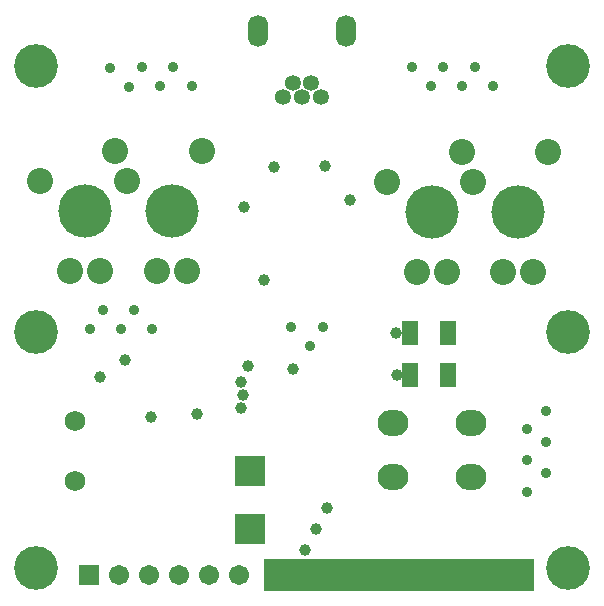
<source format=gts>
%FSLAX25Y25*%
%MOIN*%
G70*
G01*
G75*
G04 Layer_Color=8388736*
%ADD10R,0.04921X0.07284*%
%ADD11R,0.09252X0.09449*%
%ADD12C,0.02756*%
%ADD13C,0.03150*%
%ADD14C,0.01969*%
%ADD15C,0.05906*%
%ADD16R,0.05906X0.05906*%
%ADD17C,0.06000*%
%ADD18O,0.09449X0.07874*%
%ADD19C,0.07874*%
%ADD20O,0.05906X0.09843*%
%ADD21C,0.04528*%
%ADD22C,0.02756*%
%ADD23C,0.03150*%
%ADD24C,0.13780*%
%ADD25C,0.17000*%
%ADD26R,0.08268X0.03937*%
%ADD27R,0.04500X0.05906*%
%ADD28R,0.02362X0.03937*%
%ADD29R,0.06299X0.05118*%
%ADD30R,0.05906X0.04500*%
%ADD31O,0.06496X0.02165*%
%ADD32O,0.02165X0.06496*%
%ADD33R,0.04000X0.05512*%
%ADD34R,0.03937X0.02362*%
%ADD35C,0.02362*%
%ADD36C,0.00315*%
%ADD37C,0.00197*%
%ADD38C,0.01000*%
%ADD39C,0.00984*%
%ADD40C,0.00787*%
%ADD41C,0.01181*%
%ADD42R,0.02165X0.07284*%
%ADD43R,0.89963X0.10959*%
%ADD44R,0.05721X0.08083*%
%ADD45R,0.10052X0.10249*%
%ADD46C,0.06706*%
%ADD47R,0.06706X0.06706*%
%ADD48C,0.06800*%
%ADD49O,0.10249X0.08674*%
%ADD50C,0.08674*%
%ADD51O,0.06706X0.10642*%
%ADD52C,0.05328*%
%ADD53C,0.03556*%
%ADD54C,0.03950*%
%ADD55C,0.14579*%
%ADD56C,0.17800*%
D43*
X120983Y-169704D02*
D03*
D44*
X137245Y-89157D02*
D03*
X124450D02*
D03*
X137245Y-102936D02*
D03*
X124450D02*
D03*
D45*
X71374Y-134896D02*
D03*
Y-154187D02*
D03*
D46*
X67451Y-169531D02*
D03*
X57451D02*
D03*
X47451D02*
D03*
X37451D02*
D03*
X27451D02*
D03*
D47*
X17451D02*
D03*
D48*
X13058Y-118416D02*
D03*
Y-138416D02*
D03*
D49*
X118849Y-118939D02*
D03*
X144833D02*
D03*
X118849Y-137049D02*
D03*
X144833D02*
D03*
D50*
X50158Y-68416D02*
D03*
X40158D02*
D03*
X30158Y-38416D02*
D03*
X55158Y-28416D02*
D03*
X136781Y-68565D02*
D03*
X126781D02*
D03*
X116781Y-38565D02*
D03*
X141781Y-28565D02*
D03*
X165713Y-68565D02*
D03*
X155713D02*
D03*
X145713Y-38565D02*
D03*
X170713Y-28565D02*
D03*
X21082Y-68416D02*
D03*
X11082D02*
D03*
X1082Y-38416D02*
D03*
X26082Y-28416D02*
D03*
D51*
X74016Y11781D02*
D03*
X103150D02*
D03*
D52*
X88583Y-10463D02*
D03*
X85433Y-5739D02*
D03*
X82284Y-10463D02*
D03*
X91732Y-5739D02*
D03*
X94882Y-10463D02*
D03*
D53*
X91153Y-93256D02*
D03*
X95418Y-86879D02*
D03*
X84970D02*
D03*
X152314Y-6594D02*
D03*
X146131Y-217D02*
D03*
X125237Y-357D02*
D03*
X135684D02*
D03*
X131420Y-6734D02*
D03*
X141867D02*
D03*
X24736Y-572D02*
D03*
X30919Y-6949D02*
D03*
X51814Y-6810D02*
D03*
X41366D02*
D03*
X45631Y-433D02*
D03*
X35184D02*
D03*
X22109Y-81164D02*
D03*
X32556D02*
D03*
X28292Y-87541D02*
D03*
X38739D02*
D03*
X17845Y-87681D02*
D03*
X163535Y-131458D02*
D03*
Y-121011D02*
D03*
X169912Y-125275D02*
D03*
Y-114828D02*
D03*
X170052Y-135722D02*
D03*
X163674Y-141905D02*
D03*
D54*
X70504Y-99902D02*
D03*
X89645Y-161214D02*
D03*
X93309Y-154324D02*
D03*
X96754Y-147327D02*
D03*
X68818Y-109675D02*
D03*
X68384Y-114076D02*
D03*
X68365Y-105332D02*
D03*
X79082Y-33521D02*
D03*
X21225Y-103616D02*
D03*
X38313Y-116884D02*
D03*
X29444Y-97842D02*
D03*
X53497Y-115829D02*
D03*
X120237Y-102969D02*
D03*
X119956Y-88842D02*
D03*
X85568Y-100872D02*
D03*
X69083Y-47076D02*
D03*
X104735Y-44776D02*
D03*
X75962Y-71366D02*
D03*
X96368Y-33356D02*
D03*
D55*
X0Y-167323D02*
D03*
X177165D02*
D03*
X0Y0D02*
D03*
X177165D02*
D03*
Y-88583D02*
D03*
X0D02*
D03*
D56*
X45158Y-48416D02*
D03*
X131781Y-48565D02*
D03*
X160713D02*
D03*
X16082Y-48416D02*
D03*
M02*

</source>
